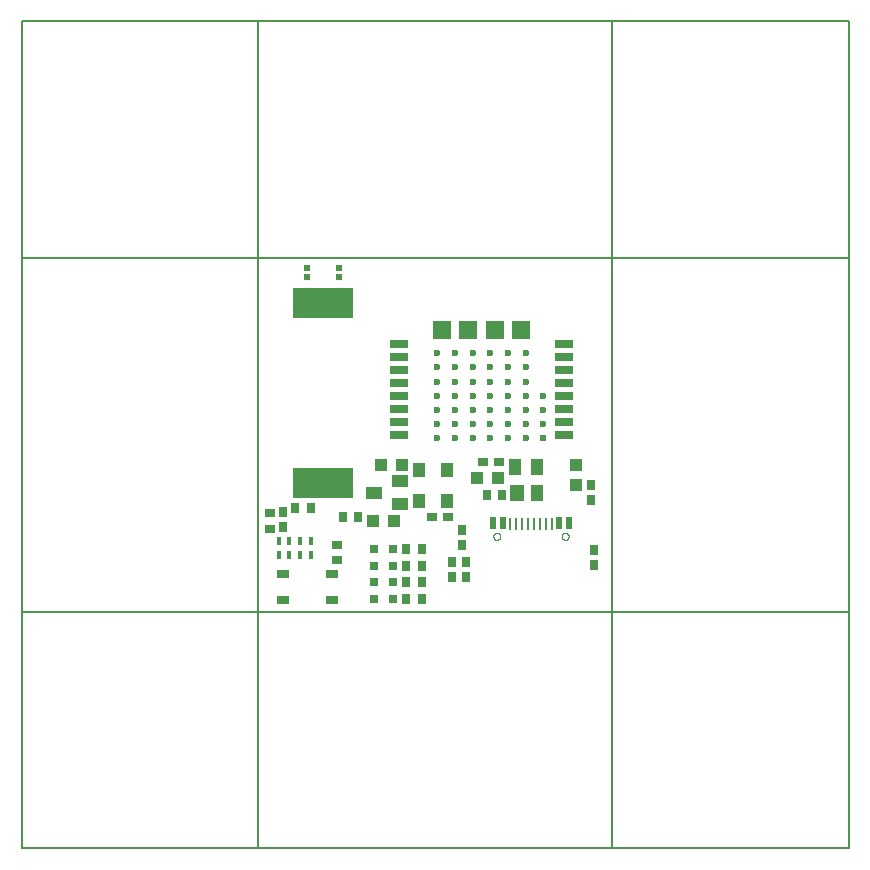
<source format=gtp>
G75*
%MOIN*%
%OFA0B0*%
%FSLAX25Y25*%
%IPPOS*%
%LPD*%
%AMOC8*
5,1,8,0,0,1.08239X$1,22.5*
%
%ADD10C,0.00800*%
%ADD11R,0.05906X0.02756*%
%ADD12C,0.02362*%
%ADD13R,0.02362X0.02362*%
%ADD14R,0.05906X0.05906*%
%ADD15R,0.04252X0.04134*%
%ADD16R,0.02165X0.02165*%
%ADD17R,0.04134X0.02559*%
%ADD18R,0.02913X0.03642*%
%ADD19R,0.04134X0.04252*%
%ADD20R,0.03642X0.02913*%
%ADD21R,0.03937X0.05669*%
%ADD22R,0.04724X0.05669*%
%ADD23R,0.02756X0.03543*%
%ADD24R,0.03150X0.03150*%
%ADD25R,0.03937X0.04724*%
%ADD26R,0.20000X0.10000*%
%ADD27C,0.00000*%
%ADD28R,0.02165X0.03937*%
%ADD29R,0.00984X0.04331*%
%ADD30R,0.01772X0.02953*%
%ADD31R,0.03543X0.02756*%
%ADD32R,0.05512X0.03937*%
D10*
X0001400Y0001400D02*
X0080140Y0001400D01*
X0080140Y0276991D01*
X0198250Y0276991D01*
X0198250Y0001400D01*
X0080140Y0001400D01*
X0001400Y0001400D02*
X0001400Y0080140D01*
X0276991Y0080140D01*
X0276991Y0001400D01*
X0198250Y0001400D01*
X0276991Y0080140D02*
X0276991Y0198250D01*
X0001400Y0198250D01*
X0001400Y0276991D01*
X0080140Y0276991D01*
X0001400Y0198250D02*
X0001400Y0080140D01*
X0198250Y0276991D02*
X0276991Y0276991D01*
X0276991Y0198250D01*
D11*
X0182109Y0169510D03*
X0182109Y0165180D03*
X0182109Y0160849D03*
X0182109Y0156518D03*
X0182109Y0152187D03*
X0182109Y0147857D03*
X0182109Y0143526D03*
X0182109Y0139195D03*
X0126991Y0139195D03*
X0126991Y0143526D03*
X0126991Y0147857D03*
X0126991Y0152187D03*
X0126991Y0156518D03*
X0126991Y0160849D03*
X0126991Y0165180D03*
X0126991Y0169510D03*
D12*
X0139786Y0166361D03*
X0139786Y0161636D03*
X0139786Y0156912D03*
X0139786Y0152187D03*
X0139786Y0147463D03*
X0139786Y0142739D03*
X0139786Y0138014D03*
X0145691Y0138014D03*
X0145691Y0142739D03*
X0145691Y0147463D03*
X0145691Y0152187D03*
X0145691Y0156912D03*
X0145691Y0161636D03*
X0145691Y0166361D03*
X0151597Y0166361D03*
X0151597Y0161636D03*
X0151597Y0156912D03*
X0151597Y0152187D03*
X0151597Y0147463D03*
X0151597Y0142739D03*
X0151597Y0138014D03*
X0157502Y0138014D03*
X0157502Y0142739D03*
X0157502Y0147463D03*
X0157502Y0152187D03*
X0157502Y0156912D03*
X0157502Y0161636D03*
X0157502Y0166361D03*
X0163408Y0166361D03*
X0163408Y0161636D03*
X0163408Y0156912D03*
X0163408Y0152187D03*
X0163408Y0147463D03*
X0163408Y0142739D03*
X0163408Y0138014D03*
X0169313Y0138014D03*
X0169313Y0142739D03*
X0169313Y0147463D03*
X0169313Y0152187D03*
X0169313Y0156912D03*
X0169313Y0161636D03*
X0169313Y0166361D03*
X0175219Y0152187D03*
X0175219Y0147463D03*
X0175219Y0142739D03*
D13*
X0175219Y0138014D03*
D14*
X0167837Y0174235D03*
X0158979Y0174235D03*
X0150120Y0174235D03*
X0141262Y0174235D03*
D15*
X0186046Y0129254D03*
X0186046Y0122365D03*
D16*
X0107010Y0191656D03*
X0107010Y0194609D03*
X0096577Y0194609D03*
X0096577Y0191656D03*
D17*
X0088506Y0092640D03*
X0088506Y0084176D03*
X0104845Y0084176D03*
X0104845Y0092640D03*
D18*
X0088408Y0108290D03*
X0088408Y0113408D03*
X0144707Y0096872D03*
X0149431Y0096872D03*
X0149431Y0091754D03*
X0144707Y0091754D03*
X0148250Y0102384D03*
X0148250Y0107502D03*
X0191164Y0117345D03*
X0191164Y0122463D03*
X0191951Y0100809D03*
X0191951Y0095691D03*
D19*
X0159963Y0124628D03*
X0153073Y0124628D03*
X0128073Y0128959D03*
X0121183Y0128959D03*
X0118428Y0110455D03*
X0125317Y0110455D03*
D20*
X0138211Y0111636D03*
X0143329Y0111636D03*
X0155140Y0130140D03*
X0160258Y0130140D03*
D21*
X0165770Y0128565D03*
X0173250Y0128565D03*
X0173250Y0119904D03*
D22*
X0166557Y0119904D03*
D23*
X0161439Y0119117D03*
X0156321Y0119117D03*
X0134668Y0101006D03*
X0129550Y0101006D03*
X0129550Y0095494D03*
X0134668Y0095494D03*
X0134668Y0089983D03*
X0129550Y0089983D03*
X0129550Y0084471D03*
X0134668Y0084471D03*
X0113408Y0111636D03*
X0108290Y0111636D03*
X0097660Y0114786D03*
X0092542Y0114786D03*
D24*
X0118723Y0101006D03*
X0118723Y0095494D03*
X0118723Y0089983D03*
X0118723Y0084471D03*
X0125022Y0084471D03*
X0125022Y0089983D03*
X0125022Y0095494D03*
X0125022Y0101006D03*
D25*
X0133683Y0117148D03*
X0143132Y0117148D03*
X0143132Y0127384D03*
X0133683Y0127384D03*
D26*
X0101794Y0122975D03*
X0101794Y0182975D03*
D27*
X0158526Y0105337D02*
X0158528Y0105406D01*
X0158534Y0105474D01*
X0158544Y0105542D01*
X0158558Y0105609D01*
X0158576Y0105676D01*
X0158597Y0105741D01*
X0158623Y0105805D01*
X0158652Y0105867D01*
X0158684Y0105927D01*
X0158720Y0105986D01*
X0158760Y0106042D01*
X0158802Y0106096D01*
X0158848Y0106147D01*
X0158897Y0106196D01*
X0158948Y0106242D01*
X0159002Y0106284D01*
X0159058Y0106324D01*
X0159116Y0106360D01*
X0159177Y0106392D01*
X0159239Y0106421D01*
X0159303Y0106447D01*
X0159368Y0106468D01*
X0159435Y0106486D01*
X0159502Y0106500D01*
X0159570Y0106510D01*
X0159638Y0106516D01*
X0159707Y0106518D01*
X0159776Y0106516D01*
X0159844Y0106510D01*
X0159912Y0106500D01*
X0159979Y0106486D01*
X0160046Y0106468D01*
X0160111Y0106447D01*
X0160175Y0106421D01*
X0160237Y0106392D01*
X0160297Y0106360D01*
X0160356Y0106324D01*
X0160412Y0106284D01*
X0160466Y0106242D01*
X0160517Y0106196D01*
X0160566Y0106147D01*
X0160612Y0106096D01*
X0160654Y0106042D01*
X0160694Y0105986D01*
X0160730Y0105927D01*
X0160762Y0105867D01*
X0160791Y0105805D01*
X0160817Y0105741D01*
X0160838Y0105676D01*
X0160856Y0105609D01*
X0160870Y0105542D01*
X0160880Y0105474D01*
X0160886Y0105406D01*
X0160888Y0105337D01*
X0160886Y0105268D01*
X0160880Y0105200D01*
X0160870Y0105132D01*
X0160856Y0105065D01*
X0160838Y0104998D01*
X0160817Y0104933D01*
X0160791Y0104869D01*
X0160762Y0104807D01*
X0160730Y0104746D01*
X0160694Y0104688D01*
X0160654Y0104632D01*
X0160612Y0104578D01*
X0160566Y0104527D01*
X0160517Y0104478D01*
X0160466Y0104432D01*
X0160412Y0104390D01*
X0160356Y0104350D01*
X0160298Y0104314D01*
X0160237Y0104282D01*
X0160175Y0104253D01*
X0160111Y0104227D01*
X0160046Y0104206D01*
X0159979Y0104188D01*
X0159912Y0104174D01*
X0159844Y0104164D01*
X0159776Y0104158D01*
X0159707Y0104156D01*
X0159638Y0104158D01*
X0159570Y0104164D01*
X0159502Y0104174D01*
X0159435Y0104188D01*
X0159368Y0104206D01*
X0159303Y0104227D01*
X0159239Y0104253D01*
X0159177Y0104282D01*
X0159116Y0104314D01*
X0159058Y0104350D01*
X0159002Y0104390D01*
X0158948Y0104432D01*
X0158897Y0104478D01*
X0158848Y0104527D01*
X0158802Y0104578D01*
X0158760Y0104632D01*
X0158720Y0104688D01*
X0158684Y0104746D01*
X0158652Y0104807D01*
X0158623Y0104869D01*
X0158597Y0104933D01*
X0158576Y0104998D01*
X0158558Y0105065D01*
X0158544Y0105132D01*
X0158534Y0105200D01*
X0158528Y0105268D01*
X0158526Y0105337D01*
X0181282Y0105337D02*
X0181284Y0105406D01*
X0181290Y0105474D01*
X0181300Y0105542D01*
X0181314Y0105609D01*
X0181332Y0105676D01*
X0181353Y0105741D01*
X0181379Y0105805D01*
X0181408Y0105867D01*
X0181440Y0105927D01*
X0181476Y0105986D01*
X0181516Y0106042D01*
X0181558Y0106096D01*
X0181604Y0106147D01*
X0181653Y0106196D01*
X0181704Y0106242D01*
X0181758Y0106284D01*
X0181814Y0106324D01*
X0181872Y0106360D01*
X0181933Y0106392D01*
X0181995Y0106421D01*
X0182059Y0106447D01*
X0182124Y0106468D01*
X0182191Y0106486D01*
X0182258Y0106500D01*
X0182326Y0106510D01*
X0182394Y0106516D01*
X0182463Y0106518D01*
X0182532Y0106516D01*
X0182600Y0106510D01*
X0182668Y0106500D01*
X0182735Y0106486D01*
X0182802Y0106468D01*
X0182867Y0106447D01*
X0182931Y0106421D01*
X0182993Y0106392D01*
X0183053Y0106360D01*
X0183112Y0106324D01*
X0183168Y0106284D01*
X0183222Y0106242D01*
X0183273Y0106196D01*
X0183322Y0106147D01*
X0183368Y0106096D01*
X0183410Y0106042D01*
X0183450Y0105986D01*
X0183486Y0105927D01*
X0183518Y0105867D01*
X0183547Y0105805D01*
X0183573Y0105741D01*
X0183594Y0105676D01*
X0183612Y0105609D01*
X0183626Y0105542D01*
X0183636Y0105474D01*
X0183642Y0105406D01*
X0183644Y0105337D01*
X0183642Y0105268D01*
X0183636Y0105200D01*
X0183626Y0105132D01*
X0183612Y0105065D01*
X0183594Y0104998D01*
X0183573Y0104933D01*
X0183547Y0104869D01*
X0183518Y0104807D01*
X0183486Y0104746D01*
X0183450Y0104688D01*
X0183410Y0104632D01*
X0183368Y0104578D01*
X0183322Y0104527D01*
X0183273Y0104478D01*
X0183222Y0104432D01*
X0183168Y0104390D01*
X0183112Y0104350D01*
X0183054Y0104314D01*
X0182993Y0104282D01*
X0182931Y0104253D01*
X0182867Y0104227D01*
X0182802Y0104206D01*
X0182735Y0104188D01*
X0182668Y0104174D01*
X0182600Y0104164D01*
X0182532Y0104158D01*
X0182463Y0104156D01*
X0182394Y0104158D01*
X0182326Y0104164D01*
X0182258Y0104174D01*
X0182191Y0104188D01*
X0182124Y0104206D01*
X0182059Y0104227D01*
X0181995Y0104253D01*
X0181933Y0104282D01*
X0181872Y0104314D01*
X0181814Y0104350D01*
X0181758Y0104390D01*
X0181704Y0104432D01*
X0181653Y0104478D01*
X0181604Y0104527D01*
X0181558Y0104578D01*
X0181516Y0104632D01*
X0181476Y0104688D01*
X0181440Y0104746D01*
X0181408Y0104807D01*
X0181379Y0104869D01*
X0181353Y0104933D01*
X0181332Y0104998D01*
X0181314Y0105065D01*
X0181300Y0105132D01*
X0181290Y0105200D01*
X0181284Y0105268D01*
X0181282Y0105337D01*
D28*
X0180534Y0109766D03*
X0183683Y0109766D03*
X0161636Y0109766D03*
X0158487Y0109766D03*
D29*
X0164195Y0109569D03*
X0166164Y0109569D03*
X0168132Y0109569D03*
X0170101Y0109569D03*
X0172069Y0109569D03*
X0174038Y0109569D03*
X0176006Y0109569D03*
X0177975Y0109569D03*
D30*
X0097660Y0103762D03*
X0094117Y0103762D03*
X0090573Y0103762D03*
X0087030Y0103762D03*
X0087030Y0099038D03*
X0090573Y0099038D03*
X0094117Y0099038D03*
X0097660Y0099038D03*
D31*
X0106518Y0097266D03*
X0106518Y0102384D03*
X0084077Y0107896D03*
X0084077Y0113014D03*
D32*
X0118723Y0119904D03*
X0127384Y0123644D03*
X0127384Y0116164D03*
M02*

</source>
